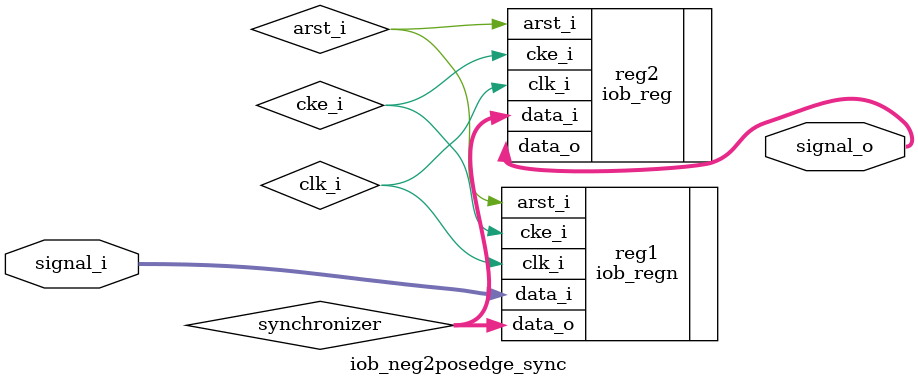
<source format=v>

`timescale 1ns / 1ps

module iob_neg2posedge_sync #(
   parameter DATA_W  = 21,
   parameter RST_VAL = {2 * DATA_W{1'b0}}
) (
   `include "clk_en_rst_s_port.vs"
   input  [DATA_W-1:0] signal_i,
   output [DATA_W-1:0] signal_o
);

   wire [DATA_W-1:0] synchronizer;

   iob_regn #(
      .DATA_W (DATA_W),
      .RST_VAL(RST_VAL)
   ) reg1 (
      .clk_i (clk_i),
      .cke_i (cke_i),
      .arst_i(arst_i),
      .data_i(signal_i),
      .data_o(synchronizer)
   );

   iob_reg #(
      .DATA_W (DATA_W),
      .RST_VAL(RST_VAL)
   ) reg2 (
      .clk_i (clk_i),
      .cke_i (cke_i),
      .arst_i(arst_i),
      .data_i(synchronizer),
      .data_o(signal_o)
   );

endmodule

</source>
